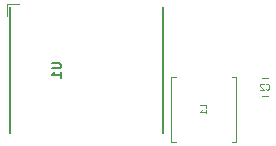
<source format=gbr>
%TF.GenerationSoftware,KiCad,Pcbnew,8.0.4*%
%TF.CreationDate,2024-11-04T15:39:35+01:00*%
%TF.ProjectId,Flipper_Zero_CAN_Module,466c6970-7065-4725-9f5a-65726f5f4341,rev?*%
%TF.SameCoordinates,Original*%
%TF.FileFunction,Legend,Bot*%
%TF.FilePolarity,Positive*%
%FSLAX46Y46*%
G04 Gerber Fmt 4.6, Leading zero omitted, Abs format (unit mm)*
G04 Created by KiCad (PCBNEW 8.0.4) date 2024-11-04 15:39:35*
%MOMM*%
%LPD*%
G01*
G04 APERTURE LIST*
%ADD10C,0.075000*%
%ADD11C,0.080000*%
%ADD12C,0.150000*%
%ADD13C,0.120000*%
G04 APERTURE END LIST*
D10*
X162627409Y-83116666D02*
X162627409Y-82878571D01*
X162627409Y-82878571D02*
X162127409Y-82878571D01*
X162627409Y-83545238D02*
X162627409Y-83259524D01*
X162627409Y-83402381D02*
X162127409Y-83402381D01*
X162127409Y-83402381D02*
X162198838Y-83354762D01*
X162198838Y-83354762D02*
X162246457Y-83307143D01*
X162246457Y-83307143D02*
X162270266Y-83259524D01*
D11*
X167658333Y-81504530D02*
X167682142Y-81528340D01*
X167682142Y-81528340D02*
X167753571Y-81552149D01*
X167753571Y-81552149D02*
X167801190Y-81552149D01*
X167801190Y-81552149D02*
X167872618Y-81528340D01*
X167872618Y-81528340D02*
X167920237Y-81480720D01*
X167920237Y-81480720D02*
X167944047Y-81433101D01*
X167944047Y-81433101D02*
X167967856Y-81337863D01*
X167967856Y-81337863D02*
X167967856Y-81266435D01*
X167967856Y-81266435D02*
X167944047Y-81171197D01*
X167944047Y-81171197D02*
X167920237Y-81123578D01*
X167920237Y-81123578D02*
X167872618Y-81075959D01*
X167872618Y-81075959D02*
X167801190Y-81052149D01*
X167801190Y-81052149D02*
X167753571Y-81052149D01*
X167753571Y-81052149D02*
X167682142Y-81075959D01*
X167682142Y-81075959D02*
X167658333Y-81099768D01*
X167467856Y-81099768D02*
X167444047Y-81075959D01*
X167444047Y-81075959D02*
X167396428Y-81052149D01*
X167396428Y-81052149D02*
X167277380Y-81052149D01*
X167277380Y-81052149D02*
X167229761Y-81075959D01*
X167229761Y-81075959D02*
X167205952Y-81099768D01*
X167205952Y-81099768D02*
X167182142Y-81147387D01*
X167182142Y-81147387D02*
X167182142Y-81195006D01*
X167182142Y-81195006D02*
X167205952Y-81266435D01*
X167205952Y-81266435D02*
X167491666Y-81552149D01*
X167491666Y-81552149D02*
X167182142Y-81552149D01*
D12*
X149512295Y-79290476D02*
X150159914Y-79290476D01*
X150159914Y-79290476D02*
X150236104Y-79328571D01*
X150236104Y-79328571D02*
X150274200Y-79366666D01*
X150274200Y-79366666D02*
X150312295Y-79442857D01*
X150312295Y-79442857D02*
X150312295Y-79595238D01*
X150312295Y-79595238D02*
X150274200Y-79671428D01*
X150274200Y-79671428D02*
X150236104Y-79709523D01*
X150236104Y-79709523D02*
X150159914Y-79747619D01*
X150159914Y-79747619D02*
X149512295Y-79747619D01*
X150312295Y-80547618D02*
X150312295Y-80090475D01*
X150312295Y-80319047D02*
X149512295Y-80319047D01*
X149512295Y-80319047D02*
X149626580Y-80242856D01*
X149626580Y-80242856D02*
X149702771Y-80166666D01*
X149702771Y-80166666D02*
X149740866Y-80090475D01*
D13*
%TO.C,L1*%
X159640000Y-85960000D02*
X160040000Y-85960000D01*
X159640000Y-85960000D02*
X159640000Y-80440000D01*
X165160000Y-85960000D02*
X164760000Y-85960000D01*
X165160000Y-85960000D02*
X165160000Y-80440000D01*
X159640000Y-80440000D02*
X160040000Y-80440000D01*
X165160000Y-80440000D02*
X164760000Y-80440000D01*
%TO.C,C2*%
X167836252Y-82060000D02*
X167313748Y-82060000D01*
X167836252Y-80590000D02*
X167313748Y-80590000D01*
%TO.C,U1*%
X145770000Y-74323000D02*
X146770000Y-74323000D01*
D12*
X146020000Y-74575000D02*
X146020000Y-85225000D01*
D13*
X145770000Y-75323000D02*
X145770000Y-74323000D01*
D12*
X158960000Y-85225000D02*
X158960000Y-74575000D01*
%TD*%
M02*

</source>
